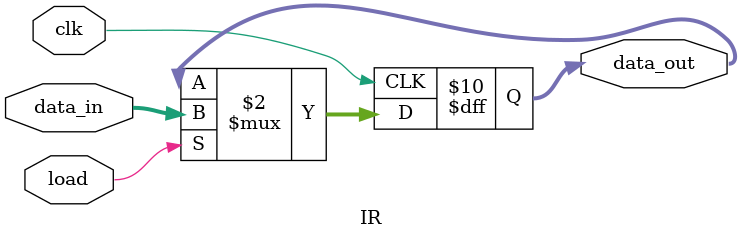
<source format=sv>
module IR ( input [7:0] data_in, input load, clk,
output reg [7:0] data_out );
logic [1:0] A, B;
//Simple register (Instruction Register) loaded on posedge clk when load is high
always @( posedge clk )
//if ( load ) data_out <= data_in;
if ( load ) begin data_out <= data_in; A[0:3] <= data_in; B[0:3] <= data_in; end
endmodule
</source>
